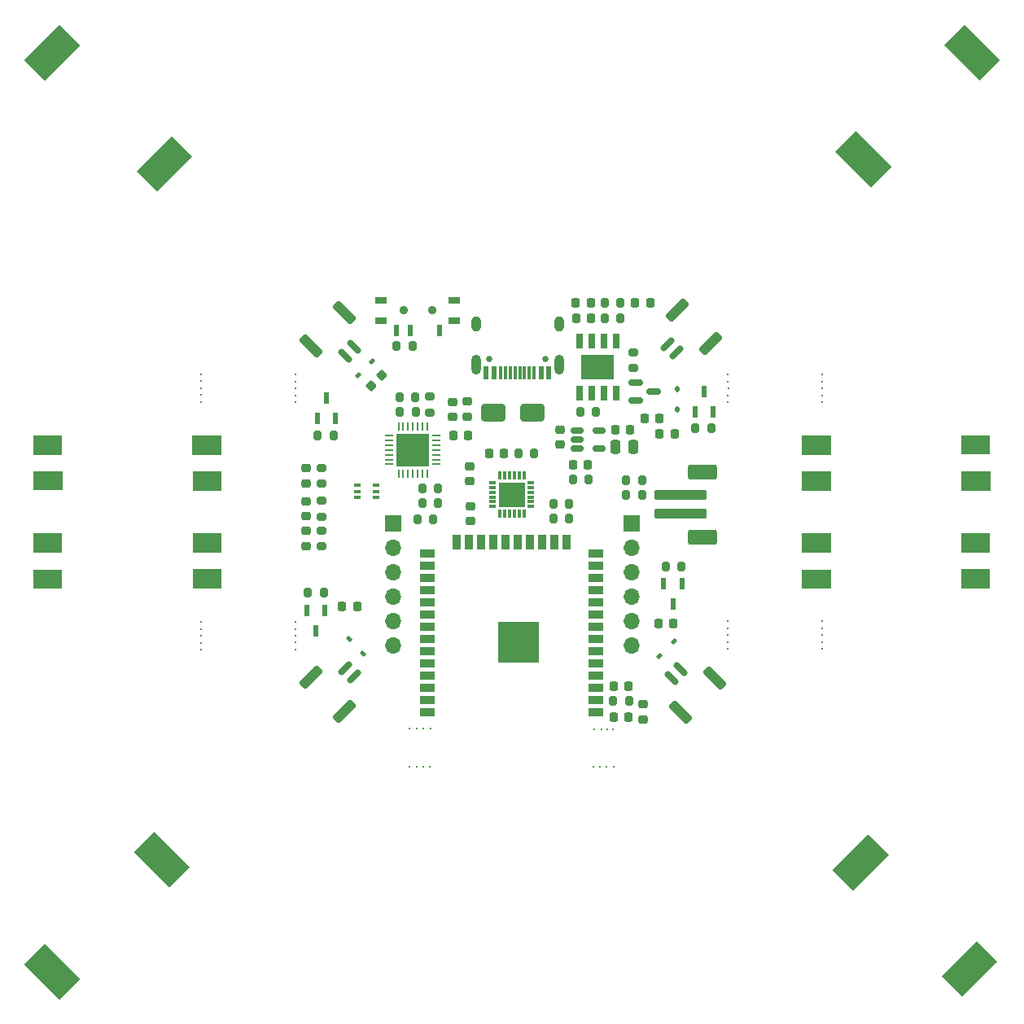
<source format=gbr>
%TF.GenerationSoftware,KiCad,Pcbnew,8.0.1*%
%TF.CreationDate,2024-05-11T18:36:51+02:00*%
%TF.ProjectId,Dron Wi-Fi ESP32,44726f6e-2057-4692-9d46-692045535033,rev?*%
%TF.SameCoordinates,Original*%
%TF.FileFunction,Soldermask,Top*%
%TF.FilePolarity,Negative*%
%FSLAX46Y46*%
G04 Gerber Fmt 4.6, Leading zero omitted, Abs format (unit mm)*
G04 Created by KiCad (PCBNEW 8.0.1) date 2024-05-11 18:36:51*
%MOMM*%
%LPD*%
G01*
G04 APERTURE LIST*
G04 Aperture macros list*
%AMRoundRect*
0 Rectangle with rounded corners*
0 $1 Rounding radius*
0 $2 $3 $4 $5 $6 $7 $8 $9 X,Y pos of 4 corners*
0 Add a 4 corners polygon primitive as box body*
4,1,4,$2,$3,$4,$5,$6,$7,$8,$9,$2,$3,0*
0 Add four circle primitives for the rounded corners*
1,1,$1+$1,$2,$3*
1,1,$1+$1,$4,$5*
1,1,$1+$1,$6,$7*
1,1,$1+$1,$8,$9*
0 Add four rect primitives between the rounded corners*
20,1,$1+$1,$2,$3,$4,$5,0*
20,1,$1+$1,$4,$5,$6,$7,0*
20,1,$1+$1,$6,$7,$8,$9,0*
20,1,$1+$1,$8,$9,$2,$3,0*%
G04 Aperture macros list end*
%ADD10C,0.000000*%
%ADD11RoundRect,0.225000X-0.225000X-0.250000X0.225000X-0.250000X0.225000X0.250000X-0.225000X0.250000X0*%
%ADD12RoundRect,0.200000X0.200000X0.275000X-0.200000X0.275000X-0.200000X-0.275000X0.200000X-0.275000X0*%
%ADD13RoundRect,0.112500X0.212132X-0.053033X-0.053033X0.212132X-0.212132X0.053033X0.053033X-0.212132X0*%
%ADD14C,0.300000*%
%ADD15R,1.700000X1.700000*%
%ADD16O,1.700000X1.700000*%
%ADD17RoundRect,0.150000X0.388909X-0.601041X0.601041X-0.388909X-0.388909X0.601041X-0.601041X0.388909X0*%
%ADD18RoundRect,0.250000X0.601041X-0.954594X0.954594X-0.601041X-0.601041X0.954594X-0.954594X0.601041X0*%
%ADD19C,0.650000*%
%ADD20R,0.600000X1.450000*%
%ADD21R,0.300000X1.450000*%
%ADD22O,1.000000X2.100000*%
%ADD23O,1.000000X1.600000*%
%ADD24RoundRect,0.200000X-0.275000X0.200000X-0.275000X-0.200000X0.275000X-0.200000X0.275000X0.200000X0*%
%ADD25RoundRect,0.150000X-0.512500X-0.150000X0.512500X-0.150000X0.512500X0.150000X-0.512500X0.150000X0*%
%ADD26RoundRect,0.225000X0.250000X-0.225000X0.250000X0.225000X-0.250000X0.225000X-0.250000X-0.225000X0*%
%ADD27C,0.900000*%
%ADD28R,0.600000X1.300000*%
%ADD29R,1.150000X0.700000*%
%ADD30RoundRect,0.112500X0.053033X0.212132X-0.212132X-0.053033X-0.053033X-0.212132X0.212132X0.053033X0*%
%ADD31RoundRect,0.200000X-0.200000X-0.275000X0.200000X-0.275000X0.200000X0.275000X-0.200000X0.275000X0*%
%ADD32RoundRect,0.250000X-2.500000X0.250000X-2.500000X-0.250000X2.500000X-0.250000X2.500000X0.250000X0*%
%ADD33RoundRect,0.250000X-1.250000X0.550000X-1.250000X-0.550000X1.250000X-0.550000X1.250000X0.550000X0*%
%ADD34RoundRect,0.218750X-0.218750X-0.256250X0.218750X-0.256250X0.218750X0.256250X-0.218750X0.256250X0*%
%ADD35RoundRect,0.150000X0.601041X0.388909X0.388909X0.601041X-0.601041X-0.388909X-0.388909X-0.601041X0*%
%ADD36RoundRect,0.250000X0.954594X0.601041X0.601041X0.954594X-0.954594X-0.601041X-0.601041X-0.954594X0*%
%ADD37RoundRect,0.225000X0.225000X0.250000X-0.225000X0.250000X-0.225000X-0.250000X0.225000X-0.250000X0*%
%ADD38R,1.500000X0.900000*%
%ADD39R,0.900000X1.500000*%
%ADD40C,0.600000*%
%ADD41R,4.200000X4.200000*%
%ADD42RoundRect,0.150000X-0.601041X-0.388909X-0.388909X-0.601041X0.601041X0.388909X0.388909X0.601041X0*%
%ADD43RoundRect,0.250000X-0.954594X-0.601041X-0.601041X-0.954594X0.954594X0.601041X0.601041X0.954594X0*%
%ADD44RoundRect,0.062500X0.337500X0.062500X-0.337500X0.062500X-0.337500X-0.062500X0.337500X-0.062500X0*%
%ADD45RoundRect,0.062500X0.062500X0.337500X-0.062500X0.337500X-0.062500X-0.337500X0.062500X-0.337500X0*%
%ADD46R,3.350000X3.350000*%
%ADD47RoundRect,0.200000X0.275000X-0.200000X0.275000X0.200000X-0.275000X0.200000X-0.275000X-0.200000X0*%
%ADD48RoundRect,0.150000X-0.587500X-0.150000X0.587500X-0.150000X0.587500X0.150000X-0.587500X0.150000X0*%
%ADD49RoundRect,0.150000X-0.388909X0.601041X-0.601041X0.388909X0.388909X-0.601041X0.601041X-0.388909X0*%
%ADD50RoundRect,0.250000X-0.601041X0.954594X-0.954594X0.601041X0.601041X-0.954594X0.954594X-0.601041X0*%
%ADD51R,0.800000X0.350000*%
%ADD52R,0.350000X0.850000*%
%ADD53R,2.700000X2.600000*%
%ADD54RoundRect,0.112500X-0.053033X-0.212132X0.212132X0.053033X0.053033X0.212132X-0.212132X-0.053033X0*%
%ADD55RoundRect,0.218750X0.256250X-0.218750X0.256250X0.218750X-0.256250X0.218750X-0.256250X-0.218750X0*%
%ADD56R,0.700000X1.525000*%
%ADD57R,3.402000X2.513000*%
%ADD58RoundRect,0.218750X0.218750X0.256250X-0.218750X0.256250X-0.218750X-0.256250X0.218750X-0.256250X0*%
%ADD59RoundRect,0.225000X-0.017678X0.335876X-0.335876X0.017678X0.017678X-0.335876X0.335876X-0.017678X0*%
%ADD60RoundRect,0.112500X-0.112500X0.187500X-0.112500X-0.187500X0.112500X-0.187500X0.112500X0.187500X0*%
%ADD61RoundRect,0.100000X-0.225000X-0.100000X0.225000X-0.100000X0.225000X0.100000X-0.225000X0.100000X0*%
%ADD62RoundRect,0.250000X-0.250000X-0.475000X0.250000X-0.475000X0.250000X0.475000X-0.250000X0.475000X0*%
%ADD63RoundRect,0.225000X-0.250000X0.225000X-0.250000X-0.225000X0.250000X-0.225000X0.250000X0.225000X0*%
%ADD64RoundRect,0.250000X1.000000X0.650000X-1.000000X0.650000X-1.000000X-0.650000X1.000000X-0.650000X0*%
G04 APERTURE END LIST*
D10*
G36*
X195570737Y-60797097D02*
G01*
X193448567Y-62919267D01*
X189789697Y-59257857D01*
X191906787Y-57131877D01*
X195570737Y-60797097D01*
G37*
G36*
X184290737Y-71847097D02*
G01*
X182168567Y-73969267D01*
X178509697Y-70307857D01*
X180626787Y-68181877D01*
X184290737Y-71847097D01*
G37*
G36*
X99939267Y-59291433D02*
G01*
X96277857Y-62950303D01*
X94151877Y-60833213D01*
X97817097Y-57169263D01*
X99939267Y-59291433D01*
G37*
G36*
X111589267Y-70831433D02*
G01*
X107927857Y-74490303D01*
X105801877Y-72373213D01*
X109467097Y-68709263D01*
X111589267Y-70831433D01*
G37*
G36*
X195369267Y-154581433D02*
G01*
X191707857Y-158240303D01*
X189581877Y-156123213D01*
X193247097Y-152459263D01*
X195369267Y-154581433D01*
G37*
G36*
X184009267Y-143531433D02*
G01*
X180347857Y-147190303D01*
X178221877Y-145073213D01*
X181887097Y-141409263D01*
X184009267Y-143531433D01*
G37*
G36*
X99940737Y-156437097D02*
G01*
X97818567Y-158559267D01*
X94159697Y-154897857D01*
X96276787Y-152771877D01*
X99940737Y-156437097D01*
G37*
G36*
X99943775Y-156413783D02*
G01*
X97821605Y-158535953D01*
X94162735Y-154874543D01*
X96279825Y-152748563D01*
X99943775Y-156413783D01*
G37*
G36*
X195355953Y-154578395D02*
G01*
X191694543Y-158237265D01*
X189568563Y-156120175D01*
X193233783Y-152456225D01*
X195355953Y-154578395D01*
G37*
G36*
X195573775Y-60813783D02*
G01*
X193451605Y-62935953D01*
X189792735Y-59274543D01*
X191909825Y-57148563D01*
X195573775Y-60813783D01*
G37*
G36*
X99945953Y-59258395D02*
G01*
X96284543Y-62917265D01*
X94158563Y-60800175D01*
X97823783Y-57136225D01*
X99945953Y-59258395D01*
G37*
G36*
X111625953Y-70848395D02*
G01*
X107964543Y-74507265D01*
X105838563Y-72390175D01*
X109503783Y-68726225D01*
X111625953Y-70848395D01*
G37*
G36*
X184293775Y-71903783D02*
G01*
X182171605Y-74025953D01*
X178512735Y-70364543D01*
X180629825Y-68238563D01*
X184293775Y-71903783D01*
G37*
G36*
X184045953Y-143518395D02*
G01*
X180384543Y-147177265D01*
X178258563Y-145060175D01*
X181923783Y-141396225D01*
X184045953Y-143518395D01*
G37*
G36*
X111313342Y-144753876D02*
G01*
X109191172Y-146876046D01*
X105532302Y-143214636D01*
X107649392Y-141088656D01*
X111313342Y-144753876D01*
G37*
G36*
X114650000Y-115800000D02*
G01*
X111650010Y-115800000D01*
X111650010Y-113800000D01*
X114650000Y-113800000D01*
X114650000Y-115800000D01*
G37*
G36*
X114650000Y-112050000D02*
G01*
X111650010Y-112050000D01*
X111650010Y-110050000D01*
X114650000Y-110050000D01*
X114650000Y-112050000D01*
G37*
G36*
X114650000Y-105600000D02*
G01*
X111650010Y-105600000D01*
X111650010Y-103600000D01*
X114650000Y-103600000D01*
X114650000Y-105600000D01*
G37*
G36*
X114630000Y-101880000D02*
G01*
X111630010Y-101880000D01*
X111630010Y-99880000D01*
X114630000Y-99880000D01*
X114630000Y-101880000D01*
G37*
G36*
X98090000Y-101900000D02*
G01*
X95090010Y-101900000D01*
X95090010Y-99900000D01*
X98090000Y-99900000D01*
X98090000Y-101900000D01*
G37*
G36*
X98110000Y-105570000D02*
G01*
X95110010Y-105570000D01*
X95110010Y-103570000D01*
X98110000Y-103570000D01*
X98110000Y-105570000D01*
G37*
G36*
X98090000Y-115820000D02*
G01*
X95090010Y-115820000D01*
X95090010Y-113820000D01*
X98090000Y-113820000D01*
X98090000Y-115820000D01*
G37*
G36*
X98080000Y-112070000D02*
G01*
X95080010Y-112070000D01*
X95080010Y-110070000D01*
X98080000Y-110070000D01*
X98080000Y-112070000D01*
G37*
G36*
X194600000Y-101860000D02*
G01*
X191600010Y-101860000D01*
X191600010Y-99860000D01*
X194600000Y-99860000D01*
X194600000Y-101860000D01*
G37*
G36*
X194620000Y-105630000D02*
G01*
X191620010Y-105630000D01*
X191620010Y-103630000D01*
X194620000Y-103630000D01*
X194620000Y-105630000D01*
G37*
G36*
X178050000Y-101890000D02*
G01*
X175050010Y-101890000D01*
X175050010Y-99890000D01*
X178050000Y-99890000D01*
X178050000Y-101890000D01*
G37*
G36*
X178050000Y-105600000D02*
G01*
X175050010Y-105600000D01*
X175050010Y-103600000D01*
X178050000Y-103600000D01*
X178050000Y-105600000D01*
G37*
G36*
X178030000Y-112060000D02*
G01*
X175030010Y-112060000D01*
X175030010Y-110060000D01*
X178030000Y-110060000D01*
X178030000Y-112060000D01*
G37*
G36*
X178040000Y-115810000D02*
G01*
X175040010Y-115810000D01*
X175040010Y-113810000D01*
X178040000Y-113810000D01*
X178040000Y-115810000D01*
G37*
G36*
X194600000Y-115800000D02*
G01*
X191600010Y-115800000D01*
X191600010Y-113800000D01*
X194600000Y-113800000D01*
X194600000Y-115800000D01*
G37*
G36*
X194599990Y-112070000D02*
G01*
X191600000Y-112070000D01*
X191600000Y-110070000D01*
X194599990Y-110070000D01*
X194599990Y-112070000D01*
G37*
D11*
%TO.C,C15*%
X160110000Y-119410000D03*
X161660000Y-119410000D03*
%TD*%
D12*
%TO.C,R4*%
X134852407Y-97441822D03*
X133202407Y-97441822D03*
%TD*%
D13*
%TO.C,D1*%
X129400000Y-122550000D03*
X127915076Y-121065076D03*
%TD*%
D14*
%TO.C,REF\u002A\u002A*%
X122340000Y-121420000D03*
%TD*%
D12*
%TO.C,R18*%
X147160000Y-101705000D03*
X145510000Y-101705000D03*
%TD*%
D15*
%TO.C,J7*%
X132500000Y-109000000D03*
D16*
X132500000Y-111540000D03*
X132500000Y-114080000D03*
X132500000Y-116620000D03*
X132500000Y-119160000D03*
X132500000Y-121700000D03*
%TD*%
D14*
%TO.C,REF\u002A\u002A*%
X134200000Y-134340000D03*
%TD*%
D17*
%TO.C,J6*%
X161475000Y-125075000D03*
X162358883Y-124191117D03*
D18*
X162429594Y-128645889D03*
X165929772Y-125145711D03*
%TD*%
D19*
%TO.C,J1*%
X148320000Y-91950000D03*
X142540000Y-91950000D03*
D20*
X148680000Y-93395000D03*
X147880000Y-93395000D03*
D21*
X146680000Y-93395000D03*
X145680000Y-93395000D03*
X145180000Y-93395000D03*
X144180000Y-93395000D03*
D20*
X142980000Y-93395000D03*
X142180000Y-93395000D03*
X142180000Y-93395000D03*
X142980000Y-93395000D03*
D21*
X143680000Y-93395000D03*
X144680000Y-93395000D03*
X146180000Y-93395000D03*
X147180000Y-93395000D03*
D20*
X147880000Y-93395000D03*
X148680000Y-93395000D03*
D22*
X149750000Y-92480000D03*
D23*
X149750000Y-88300000D03*
D22*
X141110000Y-92480000D03*
D23*
X141110000Y-88300000D03*
%TD*%
D14*
%TO.C,REF\u002A\u002A*%
X122340000Y-93550000D03*
%TD*%
D24*
%TO.C,R19*%
X125040000Y-106675000D03*
X125040000Y-108325000D03*
%TD*%
D14*
%TO.C,REF\u002A\u002A*%
X135650000Y-134330000D03*
%TD*%
D25*
%TO.C,U5*%
X151625000Y-99350000D03*
X151625000Y-100300000D03*
X151625000Y-101250000D03*
X153900000Y-101250000D03*
X153900000Y-99350000D03*
%TD*%
D12*
%TO.C,R14*%
X136675000Y-108600000D03*
X135025000Y-108600000D03*
%TD*%
%TO.C,R5*%
X126300000Y-99840000D03*
X124650000Y-99840000D03*
%TD*%
D14*
%TO.C,REF\u002A\u002A*%
X177140000Y-121360000D03*
%TD*%
D26*
%TO.C,C1*%
X140205000Y-97910000D03*
X140205000Y-96360000D03*
%TD*%
D14*
%TO.C,REF\u002A\u002A*%
X177150000Y-93540000D03*
%TD*%
%TO.C,REF\u002A\u002A*%
X136390000Y-130340000D03*
%TD*%
D27*
%TO.C,SW1*%
X136575000Y-86875000D03*
X133575000Y-86875000D03*
D28*
X137325000Y-88950000D03*
X134325000Y-88950000D03*
X132825000Y-88950000D03*
D29*
X138875000Y-87925000D03*
X138875000Y-85825000D03*
X131275000Y-87925000D03*
X131275000Y-85825000D03*
%TD*%
D30*
%TO.C,D3*%
X130332462Y-92157538D03*
X128847538Y-93642462D03*
%TD*%
D14*
%TO.C,REF\u002A\u002A*%
X112550000Y-94230000D03*
%TD*%
D11*
%TO.C,C12*%
X155455000Y-129150000D03*
X157005000Y-129150000D03*
%TD*%
D31*
%TO.C,R6*%
X135535000Y-105355000D03*
X137185000Y-105355000D03*
%TD*%
D32*
%TO.C,J5*%
X162400000Y-106050000D03*
X162400000Y-108050000D03*
D33*
X164650000Y-103650000D03*
X164650000Y-110450000D03*
%TD*%
D14*
%TO.C,REF\u002A\u002A*%
X122340000Y-94280000D03*
%TD*%
D34*
%TO.C,LED1*%
X157680000Y-86120000D03*
X159255000Y-86120000D03*
%TD*%
D14*
%TO.C,*%
X167330000Y-121350000D03*
%TD*%
D28*
%TO.C,T2*%
X124600000Y-98100000D03*
X126500000Y-98100000D03*
X125550000Y-96000000D03*
%TD*%
D14*
%TO.C,REF\u002A\u002A*%
X177140000Y-96440000D03*
%TD*%
D35*
%TO.C,J4*%
X161954111Y-91279594D03*
X161070227Y-90395712D03*
D36*
X165525000Y-90325000D03*
X162024822Y-86824822D03*
%TD*%
D12*
%TO.C,R15*%
X134500000Y-90575000D03*
X132850000Y-90575000D03*
%TD*%
D14*
%TO.C,REF\u002A\u002A*%
X112560000Y-120730000D03*
%TD*%
%TO.C,REF\u002A\u002A*%
X122340000Y-119990000D03*
%TD*%
D28*
%TO.C,T3*%
X163915000Y-97405000D03*
X165815000Y-97405000D03*
X164865000Y-95305000D03*
%TD*%
D12*
%TO.C,R10*%
X157055000Y-127500000D03*
X155405000Y-127500000D03*
%TD*%
D14*
%TO.C,REF\u002A\u002A*%
X112550000Y-120010000D03*
%TD*%
%TO.C,*%
X167340000Y-119220000D03*
%TD*%
%TO.C,REF\u002A\u002A*%
X177140000Y-119200000D03*
%TD*%
D37*
%TO.C,C16*%
X144060000Y-101705000D03*
X142510000Y-101705000D03*
%TD*%
D38*
%TO.C,U6*%
X153592407Y-128700000D03*
X153592407Y-127430000D03*
X153592407Y-126160000D03*
X153592407Y-124890000D03*
X153592407Y-123620000D03*
X153592407Y-122350000D03*
X153592407Y-121080000D03*
X153592407Y-119810000D03*
X153592407Y-118540000D03*
X153592407Y-117270000D03*
X153592407Y-116000000D03*
X153592407Y-114730000D03*
X153592407Y-113460000D03*
X153592407Y-112190000D03*
D39*
X150552407Y-110940000D03*
X149282407Y-110940000D03*
X148012407Y-110940000D03*
X146742407Y-110940000D03*
X145472407Y-110940000D03*
X144202407Y-110940000D03*
X142932407Y-110940000D03*
X141662407Y-110940000D03*
X140392407Y-110940000D03*
X139122407Y-110940000D03*
D38*
X136092407Y-112190000D03*
X136092407Y-113460000D03*
X136092407Y-114730000D03*
X136092407Y-116000000D03*
X136092407Y-117270000D03*
X136092407Y-118540000D03*
X136092407Y-119810000D03*
X136092407Y-121080000D03*
X136092407Y-122350000D03*
X136092407Y-123620000D03*
X136092407Y-124890000D03*
X136092407Y-126160000D03*
X136092407Y-127430000D03*
X136092407Y-128700000D03*
D40*
X147047407Y-122122500D03*
X147047407Y-120597500D03*
X145522407Y-122122500D03*
D41*
X145522407Y-121360000D03*
D40*
X145522407Y-120597500D03*
X143997407Y-122122500D03*
X143997407Y-120597500D03*
%TD*%
D11*
%TO.C,C5*%
X138765000Y-99860000D03*
X140315000Y-99860000D03*
%TD*%
D14*
%TO.C,REF\u002A\u002A*%
X122350000Y-95000000D03*
%TD*%
%TO.C,REF\u002A\u002A*%
X153390000Y-130430000D03*
%TD*%
D31*
%TO.C,R13*%
X160870000Y-113475000D03*
X162520000Y-113475000D03*
%TD*%
D14*
%TO.C,*%
X167340000Y-95720000D03*
%TD*%
D42*
%TO.C,J2*%
X127541206Y-124099911D03*
X128425089Y-124983794D03*
D43*
X123970317Y-125054505D03*
X127470495Y-128554683D03*
%TD*%
D14*
%TO.C,REF\u002A\u002A*%
X122330000Y-96450000D03*
%TD*%
%TO.C,*%
X167350000Y-94260000D03*
%TD*%
D26*
%TO.C,C17*%
X140530000Y-108805000D03*
X140530000Y-107255000D03*
%TD*%
D14*
%TO.C,REF\u002A\u002A*%
X122340000Y-119260000D03*
%TD*%
%TO.C,*%
X153340000Y-134340000D03*
%TD*%
D44*
%TO.C,U3*%
X137012407Y-102886822D03*
X137012407Y-102386822D03*
X137012407Y-101886822D03*
X137012407Y-101386822D03*
X137012407Y-100886822D03*
X137012407Y-100386822D03*
X137012407Y-99886822D03*
D45*
X136062407Y-98936822D03*
X135562407Y-98936822D03*
X135062407Y-98936822D03*
X134562407Y-98936822D03*
X134062407Y-98936822D03*
X133562407Y-98936822D03*
X133062407Y-98936822D03*
D44*
X132112407Y-99886822D03*
X132112407Y-100386822D03*
X132112407Y-100886822D03*
X132112407Y-101386822D03*
X132112407Y-101886822D03*
X132112407Y-102386822D03*
X132112407Y-102886822D03*
D45*
X133062407Y-103836822D03*
X133562407Y-103836822D03*
X134062407Y-103836822D03*
X134562407Y-103836822D03*
X135062407Y-103836822D03*
X135562407Y-103836822D03*
X136062407Y-103836822D03*
D46*
X134562407Y-101386822D03*
%TD*%
D28*
%TO.C,T1*%
X125400000Y-118100000D03*
X123500000Y-118100000D03*
X124450000Y-120200000D03*
%TD*%
D31*
%TO.C,R1*%
X123625000Y-116225000D03*
X125275000Y-116225000D03*
%TD*%
D14*
%TO.C,REF\u002A\u002A*%
X177140000Y-119930000D03*
%TD*%
%TO.C,REF\u002A\u002A*%
X135680000Y-130330000D03*
%TD*%
D31*
%TO.C,U8*%
X156750000Y-106070000D03*
X158400000Y-106070000D03*
%TD*%
%TO.C,R12*%
X154520000Y-87700000D03*
X156170000Y-87700000D03*
%TD*%
%TO.C,R17*%
X149160000Y-106955000D03*
X150810000Y-106955000D03*
%TD*%
%TO.C,R20*%
X149165000Y-108510000D03*
X150815000Y-108510000D03*
%TD*%
D14*
%TO.C,REF\u002A\u002A*%
X177160000Y-94990000D03*
%TD*%
%TO.C,REF\u002A\u002A*%
X134930000Y-134340000D03*
%TD*%
%TO.C,REF\u002A\u002A*%
X112560000Y-94950000D03*
%TD*%
%TO.C,REF\u002A\u002A*%
X112540000Y-96400000D03*
%TD*%
%TO.C,REF\u002A\u002A*%
X122350000Y-120710000D03*
%TD*%
%TO.C,REF\u002A\u002A*%
X177150000Y-94270000D03*
%TD*%
D47*
%TO.C,U2*%
X157500000Y-92875000D03*
X157500000Y-91225000D03*
%TD*%
D48*
%TO.C,U4*%
X157725000Y-94375000D03*
X157725000Y-96275000D03*
X159600000Y-95325000D03*
%TD*%
D49*
%TO.C,J3*%
X128414594Y-90670889D03*
X127530711Y-91554772D03*
D50*
X127460000Y-87100000D03*
X123959822Y-90600178D03*
%TD*%
D37*
%TO.C,C7*%
X152782500Y-102930000D03*
X151232500Y-102930000D03*
%TD*%
D11*
%TO.C,C13*%
X155455000Y-125950000D03*
X157005000Y-125950000D03*
%TD*%
D15*
%TO.C,J8*%
X157275000Y-109000000D03*
D16*
X157275000Y-111540000D03*
X157275000Y-114080000D03*
X157275000Y-116620000D03*
X157275000Y-119160000D03*
X157275000Y-121700000D03*
%TD*%
D14*
%TO.C,REF\u002A\u002A*%
X136360000Y-134340000D03*
%TD*%
%TO.C,*%
X167340000Y-93530000D03*
%TD*%
%TO.C,*%
X154710000Y-134340000D03*
%TD*%
D24*
%TO.C,R16*%
X125050000Y-109750000D03*
X125050000Y-111400000D03*
%TD*%
D14*
%TO.C,REF\u002A\u002A*%
X155370000Y-130450000D03*
%TD*%
%TO.C,REF\u002A\u002A*%
X177150000Y-95700000D03*
%TD*%
D31*
%TO.C,R2*%
X133187407Y-95911822D03*
X134837407Y-95911822D03*
%TD*%
D37*
%TO.C,C14*%
X160180000Y-98140000D03*
X158630000Y-98140000D03*
%TD*%
D24*
%TO.C,R21*%
X125030000Y-103250000D03*
X125030000Y-104900000D03*
%TD*%
D47*
%TO.C,R3*%
X136307407Y-97486822D03*
X136307407Y-95836822D03*
%TD*%
D14*
%TO.C,REF\u002A\u002A*%
X112550000Y-93500000D03*
%TD*%
D26*
%TO.C,C4*%
X138665000Y-97920000D03*
X138665000Y-96370000D03*
%TD*%
D31*
%TO.C,R7*%
X135535000Y-106880000D03*
X137185000Y-106880000D03*
%TD*%
%TO.C,R8*%
X151187500Y-104460000D03*
X152837500Y-104460000D03*
%TD*%
D14*
%TO.C,REF\u002A\u002A*%
X177130000Y-122100000D03*
%TD*%
%TO.C,REF\u002A\u002A*%
X112550000Y-121440000D03*
%TD*%
D51*
%TO.C,U9*%
X146850000Y-107275000D03*
X146850000Y-106775000D03*
X146850000Y-106275000D03*
X146850000Y-105775000D03*
X146850000Y-105275000D03*
X146850000Y-104775000D03*
D52*
X146100000Y-104050000D03*
X145600000Y-104050000D03*
X145100000Y-104050000D03*
X144600000Y-104050000D03*
X144100000Y-104050000D03*
X143600000Y-104050000D03*
D51*
X142850000Y-104775000D03*
X142850000Y-105275000D03*
X142850000Y-105775000D03*
X142850000Y-106275000D03*
X142850000Y-106775000D03*
X142850000Y-107275000D03*
D52*
X143600000Y-108000000D03*
X144100000Y-108000000D03*
X144600000Y-108000000D03*
X145100000Y-108000000D03*
X145600000Y-108000000D03*
X146100000Y-108000000D03*
D53*
X144850000Y-106025000D03*
%TD*%
D14*
%TO.C,*%
X154040000Y-134340000D03*
%TD*%
D54*
%TO.C,D5*%
X160225000Y-122825000D03*
X161709924Y-121340076D03*
%TD*%
D55*
%TO.C,LED4*%
X123420000Y-111365000D03*
X123420000Y-109790000D03*
%TD*%
D14*
%TO.C,REF\u002A\u002A*%
X122340000Y-95710000D03*
%TD*%
D56*
%TO.C,IC1*%
X151890000Y-95500000D03*
X153160000Y-95500000D03*
X154430000Y-95500000D03*
X155700000Y-95500000D03*
X155700000Y-90076000D03*
X154430000Y-90076000D03*
X153160000Y-90076000D03*
X151890000Y-90076000D03*
D57*
X153795000Y-92788000D03*
%TD*%
D14*
%TO.C,*%
X167340000Y-120620000D03*
%TD*%
D11*
%TO.C,C11*%
X160225000Y-99750000D03*
X161775000Y-99750000D03*
%TD*%
D14*
%TO.C,REF\u002A\u002A*%
X122330000Y-122160000D03*
%TD*%
D26*
%TO.C,C10*%
X158540000Y-129400000D03*
X158540000Y-127850000D03*
%TD*%
D58*
%TO.C,LED2*%
X153080000Y-86120000D03*
X151505000Y-86120000D03*
%TD*%
D12*
%TO.C,Rprog1*%
X153600000Y-97400000D03*
X151950000Y-97400000D03*
%TD*%
D59*
%TO.C,C6*%
X131318008Y-93641992D03*
X130221992Y-94738008D03*
%TD*%
D26*
%TO.C,C18*%
X140510000Y-104655000D03*
X140510000Y-103105000D03*
%TD*%
D55*
%TO.C,LED6*%
X123410000Y-104860000D03*
X123410000Y-103285000D03*
%TD*%
D14*
%TO.C,REF\u002A\u002A*%
X112550000Y-95660000D03*
%TD*%
D60*
%TO.C,D4*%
X162025000Y-95075000D03*
X162025000Y-97175000D03*
%TD*%
D14*
%TO.C,REF\u002A\u002A*%
X112540000Y-122180000D03*
%TD*%
%TO.C,REF\u002A\u002A*%
X134960000Y-130340000D03*
%TD*%
D61*
%TO.C,U1*%
X128800000Y-105050000D03*
X128800000Y-105700000D03*
X128800000Y-106350000D03*
X130700000Y-106350000D03*
X130700000Y-105700000D03*
X130700000Y-105050000D03*
%TD*%
D14*
%TO.C,REF\u002A\u002A*%
X112550000Y-119280000D03*
%TD*%
D37*
%TO.C,C2*%
X128750000Y-117700000D03*
X127200000Y-117700000D03*
%TD*%
D14*
%TO.C,*%
X167360000Y-95010000D03*
%TD*%
D62*
%TO.C,C8*%
X155622500Y-101100000D03*
X157522500Y-101100000D03*
%TD*%
D55*
%TO.C,LED5*%
X123410000Y-108285000D03*
X123410000Y-106710000D03*
%TD*%
D14*
%TO.C,REF\u002A\u002A*%
X177150000Y-120650000D03*
%TD*%
%TO.C,REF\u002A\u002A*%
X134230000Y-130340000D03*
%TD*%
D12*
%TO.C,R9*%
X165590000Y-99155000D03*
X163940000Y-99155000D03*
%TD*%
%TO.C,U7*%
X158400000Y-104550000D03*
X156750000Y-104550000D03*
%TD*%
D63*
%TO.C,C3*%
X149862500Y-99305000D03*
X149862500Y-100855000D03*
%TD*%
D14*
%TO.C,*%
X167340000Y-122040000D03*
%TD*%
%TO.C,*%
X155430000Y-134340000D03*
%TD*%
D11*
%TO.C,C9*%
X155592500Y-99330000D03*
X157142500Y-99330000D03*
%TD*%
D14*
%TO.C,REF\u002A\u002A*%
X154740000Y-130440000D03*
%TD*%
D58*
%TO.C,LED3*%
X153100000Y-87730000D03*
X151525000Y-87730000D03*
%TD*%
D64*
%TO.C,D2*%
X146950000Y-97475000D03*
X142950000Y-97475000D03*
%TD*%
D14*
%TO.C,REF\u002A\u002A*%
X154150000Y-130460000D03*
%TD*%
%TO.C,*%
X167340000Y-119950000D03*
%TD*%
%TO.C,*%
X167340000Y-96450000D03*
%TD*%
D28*
%TO.C,T4*%
X162550000Y-115325000D03*
X160650000Y-115325000D03*
X161600000Y-117425000D03*
%TD*%
D31*
%TO.C,R11*%
X154505000Y-86120000D03*
X156155000Y-86120000D03*
%TD*%
M02*

</source>
